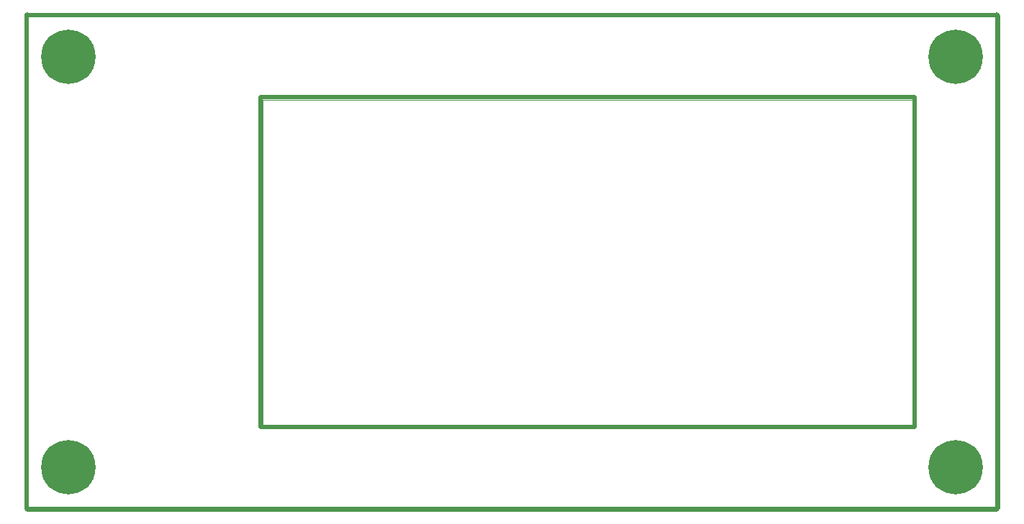
<source format=gbr>
%TF.GenerationSoftware,KiCad,Pcbnew,(5.1.10-1-10_14)*%
%TF.CreationDate,2021-08-26T21:48:08+08:00*%
%TF.ProjectId,SMP top plate v.2 ,534d5020-746f-4702-9070-6c6174652076,rev?*%
%TF.SameCoordinates,Original*%
%TF.FileFunction,Soldermask,Bot*%
%TF.FilePolarity,Negative*%
%FSLAX46Y46*%
G04 Gerber Fmt 4.6, Leading zero omitted, Abs format (unit mm)*
G04 Created by KiCad (PCBNEW (5.1.10-1-10_14)) date 2021-08-26 21:48:08*
%MOMM*%
%LPD*%
G01*
G04 APERTURE LIST*
%TA.AperFunction,Profile*%
%ADD10C,0.050000*%
%TD*%
%ADD11C,0.500000*%
%ADD12C,6.400000*%
%ADD13C,3.600000*%
G04 APERTURE END LIST*
D10*
X194200780Y-129593340D02*
G75*
G02*
X193878747Y-129928609I-322021J-12986D01*
G01*
X193878200Y-71188580D02*
G75*
G02*
X194213469Y-71510613I12986J-322021D01*
G01*
X183972200Y-81432400D02*
X107543600Y-81432400D01*
X183972200Y-119735600D02*
X183972200Y-81432400D01*
X107543600Y-119735600D02*
X183972200Y-119735600D01*
X107543600Y-81432400D02*
X107543600Y-119735600D01*
D11*
X193939000Y-71462900D02*
X193939000Y-129651760D01*
D10*
X79839820Y-129931160D02*
G75*
G02*
X79514700Y-129606040I0J325120D01*
G01*
X79517240Y-71513700D02*
G75*
G02*
X79842360Y-71188580I325120J0D01*
G01*
D11*
X79792640Y-71462900D02*
X79791560Y-129651760D01*
X79792640Y-71462900D02*
X193929000Y-71462900D01*
D10*
X79839820Y-129931160D02*
X193878200Y-129928620D01*
X194200780Y-129593340D02*
X194213469Y-71510613D01*
X193878200Y-71188580D02*
X79842360Y-71188580D01*
X79517240Y-71513700D02*
X79514700Y-129606040D01*
D11*
X79791560Y-129651760D02*
X193939000Y-129651760D01*
X193939000Y-129654300D02*
X193939000Y-71462900D01*
X184251600Y-120015000D02*
X107264200Y-120015000D01*
X107264200Y-81153000D02*
X107264200Y-120015000D01*
X107264200Y-81153000D02*
X184251600Y-81153000D01*
X184251600Y-81153000D02*
X184251600Y-120015000D01*
D12*
%TO.C,H1*%
X189052200Y-76352400D03*
D13*
X189052200Y-76352400D03*
%TD*%
D12*
%TO.C,H4*%
X84679600Y-124764800D03*
D13*
X84679600Y-124764800D03*
%TD*%
D12*
%TO.C,H3*%
X84679600Y-76352400D03*
D13*
X84679600Y-76352400D03*
%TD*%
D12*
%TO.C,H2*%
X189052200Y-124764800D03*
D13*
X189052200Y-124764800D03*
%TD*%
M02*

</source>
